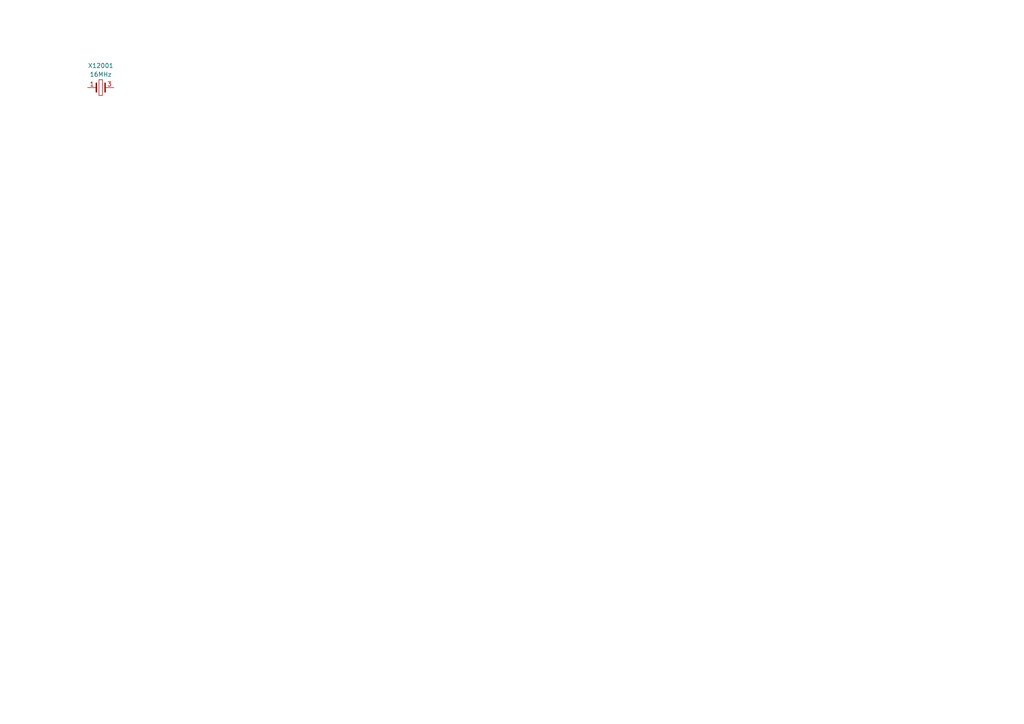
<source format=kicad_sch>
(kicad_sch
	(version 20231120)
	(generator "eeschema")
	(generator_version "8.0")
	(uuid "37796a09-ab15-4b91-8a83-76c83bb932e6")
	(paper "A4")
	(title_block
		(title "Lily KiCad Library test")
		(date "2024-07-01")
		(rev "1")
		(company "LilyTronics")
	)
	(lib_symbols
		(symbol "lily_symbols:crystal_16MHz_20ppm_8pF_3225"
			(exclude_from_sim no)
			(in_bom yes)
			(on_board yes)
			(property "Reference" "X"
				(at 3.81 6.35 0)
				(effects
					(font
						(size 1.27 1.27)
					)
				)
			)
			(property "Value" "16MHz"
				(at 3.81 3.81 0)
				(effects
					(font
						(size 1.27 1.27)
					)
				)
			)
			(property "Footprint" "lily_footprints:crystal_3225"
				(at 3.81 -10.16 0)
				(effects
					(font
						(size 1.27 1.27)
					)
					(hide yes)
				)
			)
			(property "Datasheet" ""
				(at -5.08 7.62 0)
				(effects
					(font
						(size 1.27 1.27)
					)
					(hide yes)
				)
			)
			(property "Description" ""
				(at 0 0 0)
				(effects
					(font
						(size 1.27 1.27)
					)
					(hide yes)
				)
			)
			(property "Revision" "1"
				(at 3.81 -5.08 0)
				(effects
					(font
						(size 1.27 1.27)
					)
					(hide yes)
				)
			)
			(property "Status" "Active"
				(at 3.81 -7.62 0)
				(effects
					(font
						(size 1.27 1.27)
					)
					(hide yes)
				)
			)
			(property "Manufacturer" "NDK"
				(at 3.81 -12.7 0)
				(effects
					(font
						(size 1.27 1.27)
					)
					(hide yes)
				)
			)
			(property "Manufacturer_ID" "NX3225GA-16MHZ-STD-CRG-2"
				(at 3.81 -15.24 0)
				(effects
					(font
						(size 1.27 1.27)
					)
					(hide yes)
				)
			)
			(property "Lily_ID" "1917-10002"
				(at 3.175 -17.78 0)
				(effects
					(font
						(size 1.27 1.27)
					)
					(hide yes)
				)
			)
			(property "JLCPCB_ID" "C156247"
				(at 3.81 -20.32 0)
				(effects
					(font
						(size 1.27 1.27)
					)
					(hide yes)
				)
			)
			(property "JLCPCB_STATUS" "Extended"
				(at 3.81 -22.86 0)
				(effects
					(font
						(size 1.27 1.27)
					)
					(hide yes)
				)
			)
			(symbol "crystal_16MHz_20ppm_8pF_3225_0_1"
				(polyline
					(pts
						(xy 2.54 1.27) (xy 2.54 -1.27)
					)
					(stroke
						(width 0.381)
						(type default)
					)
					(fill
						(type none)
					)
				)
				(polyline
					(pts
						(xy 5.08 1.27) (xy 5.08 -1.27)
					)
					(stroke
						(width 0.381)
						(type default)
					)
					(fill
						(type none)
					)
				)
				(rectangle
					(start 3.302 2.286)
					(end 4.318 -2.286)
					(stroke
						(width 0)
						(type default)
					)
					(fill
						(type none)
					)
				)
			)
			(symbol "crystal_16MHz_20ppm_8pF_3225_1_1"
				(pin passive line
					(at 0 0 0)
					(length 2.54)
					(name ""
						(effects
							(font
								(size 1.27 1.27)
							)
						)
					)
					(number "1"
						(effects
							(font
								(size 1.27 1.27)
							)
						)
					)
				)
				(pin no_connect line
					(at 0 -2.54 0)
					(length 2.54) hide
					(name ""
						(effects
							(font
								(size 1.27 1.27)
							)
						)
					)
					(number "2"
						(effects
							(font
								(size 1.27 1.27)
							)
						)
					)
				)
				(pin passive line
					(at 7.62 0 180)
					(length 2.54)
					(name ""
						(effects
							(font
								(size 1.27 1.27)
							)
						)
					)
					(number "3"
						(effects
							(font
								(size 1.27 1.27)
							)
						)
					)
				)
				(pin no_connect line
					(at 7.62 -2.54 180)
					(length 2.54) hide
					(name ""
						(effects
							(font
								(size 1.27 1.27)
							)
						)
					)
					(number "4"
						(effects
							(font
								(size 1.27 1.27)
							)
						)
					)
				)
			)
		)
	)
	(symbol
		(lib_id "lily_symbols:crystal_16MHz_20ppm_8pF_3225")
		(at 25.4 25.4 0)
		(unit 1)
		(exclude_from_sim no)
		(in_bom yes)
		(on_board yes)
		(dnp no)
		(uuid "5ad85552-646b-4f0f-8826-374f1a51a6e7")
		(property "Reference" "X12001"
			(at 29.21 19.05 0)
			(effects
				(font
					(size 1.27 1.27)
				)
			)
		)
		(property "Value" "16MHz"
			(at 29.21 21.59 0)
			(effects
				(font
					(size 1.27 1.27)
				)
			)
		)
		(property "Footprint" "lily_footprints:crystal_3225"
			(at 29.21 35.56 0)
			(effects
				(font
					(size 1.27 1.27)
				)
				(hide yes)
			)
		)
		(property "Datasheet" ""
			(at 20.32 17.78 0)
			(effects
				(font
					(size 1.27 1.27)
				)
				(hide yes)
			)
		)
		(property "Description" ""
			(at 25.4 25.4 0)
			(effects
				(font
					(size 1.27 1.27)
				)
				(hide yes)
			)
		)
		(property "Revision" "1"
			(at 29.21 30.48 0)
			(effects
				(font
					(size 1.27 1.27)
				)
				(hide yes)
			)
		)
		(property "Status" "Active"
			(at 29.21 33.02 0)
			(effects
				(font
					(size 1.27 1.27)
				)
				(hide yes)
			)
		)
		(property "Manufacturer" "NDK"
			(at 29.21 38.1 0)
			(effects
				(font
					(size 1.27 1.27)
				)
				(hide yes)
			)
		)
		(property "Manufacturer_ID" "NX3225GA-16MHZ-STD-CRG-2"
			(at 29.21 40.64 0)
			(effects
				(font
					(size 1.27 1.27)
				)
				(hide yes)
			)
		)
		(property "Lily_ID" "1917-10002"
			(at 28.575 43.18 0)
			(effects
				(font
					(size 1.27 1.27)
				)
				(hide yes)
			)
		)
		(property "JLCPCB_ID" "C156247"
			(at 29.21 45.72 0)
			(effects
				(font
					(size 1.27 1.27)
				)
				(hide yes)
			)
		)
		(property "JLCPCB_STATUS" "Extended"
			(at 29.21 48.26 0)
			(effects
				(font
					(size 1.27 1.27)
				)
				(hide yes)
			)
		)
		(pin "2"
			(uuid "9aa16bfd-0d93-43d7-a300-8bdd763a733f")
		)
		(pin "1"
			(uuid "95917815-4b9e-4aba-84f4-d4a69a3cf71e")
		)
		(pin "4"
			(uuid "65bde729-b13f-4365-966e-31d3892bf2a5")
		)
		(pin "3"
			(uuid "1bc49ad6-dbca-4664-81f9-03dcb51f9a74")
		)
		(instances
			(project "kicad_lib_test"
				(path "/032b8f2d-5c08-4381-9e3a-c197ca84e3c5/a36be8d0-bc3d-4973-a559-35501cde04f1"
					(reference "X12001")
					(unit 1)
				)
			)
		)
	)
)
</source>
